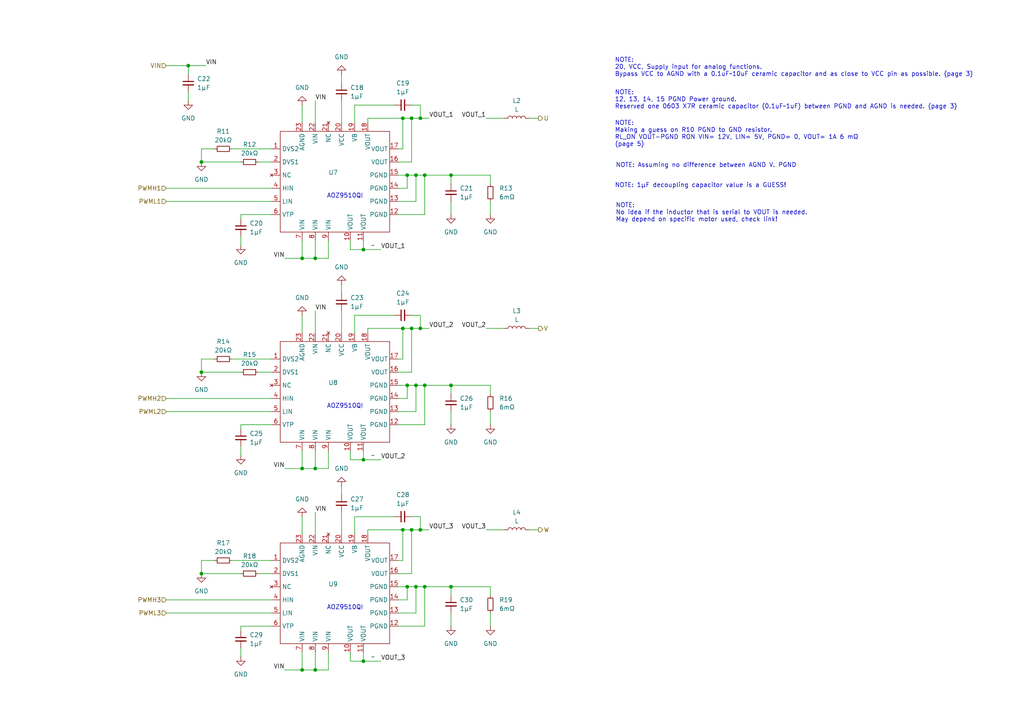
<source format=kicad_sch>
(kicad_sch (version 20231120) (generator "eeschema") (generator_version "8.0")
  (paper "A4")
  (lib_symbols
    (symbol "Device:C_Small" (pin_numbers hide) (pin_names (offset 0.254) hide)
      (property "Reference" "C" (at 0.254 1.778 0))
      (property "Value" "C_Small" (at 0.254 -2.032 0))
      (symbol "C_Small_0_1"
        (polyline (pts (xy -1.524 -0.508) (xy 1.524 -0.508)) (stroke (width 0.3302)))
        (polyline (pts (xy -1.524 0.508) (xy 1.524 0.508)) (stroke (width 0.3048)))
      )
      (symbol "C_Small_1_1"
        (pin passive line (at 0 2.54 270) (length 2.032) (name "~") (number "1"))
        (pin passive line (at 0 -2.54 90) (length 2.032) (name "~") (number "2"))
      )
    )
    (symbol "Device:L" (pin_numbers hide) (pin_names (offset 1.016) hide)
      (property "Reference" "L" (at -1.27 0 90))
      (property "Value" "L" (at 1.905 0 90))
      (symbol "L_0_1"
        (arc (start 0 -2.54) (mid 0.6323 -1.905) (end 0 -1.27))
        (arc (start 0 -1.27) (mid 0.6323 -0.635) (end 0 0))
        (arc (start 0 0) (mid 0.6323 0.635) (end 0 1.27))
        (arc (start 0 1.27) (mid 0.6323 1.905) (end 0 2.54))
      )
      (symbol "L_1_1"
        (pin passive line (at 0 3.81 270) (length 1.27) (name "1") (number "1"))
        (pin passive line (at 0 -3.81 90) (length 1.27) (name "2") (number "2"))
      )
    )
    (symbol "Device:R_Small" (pin_numbers hide) (pin_names (offset 0.254) hide)
      (property "Reference" "R" (at 0.762 0.508 0))
      (property "Value" "R_Small" (at 0.762 -1.016 0))
      (symbol "R_Small_0_1"
        (rectangle (start -0.762 1.778) (end 0.762 -1.778) (stroke (width 0.2032)))
      )
      (symbol "R_Small_1_1"
        (pin passive line (at 0 2.54 270) (length 0.762) (name "~") (number "1"))
        (pin passive line (at 0 -2.54 90) (length 0.762) (name "~") (number "2"))
      )
    )
    (symbol "custom_symbols:AOZ9510QI"
      (property "Reference" "U" (at 1.27 -17.272 0))
      (symbol "AOZ9510QI_0_1"
        (rectangle (start -15.24 15.24) (end 16.51 -13.97))
      )
      (symbol "AOZ9510QI_1_1"
        (pin input line (at -17.78 10.16 0) (length 2.54) (name "DVS2") (number "1"))
        (pin power_out line (at 5.08 -16.51 90) (length 2.54) (name "VOUT") (number "10"))
        (pin power_out line (at 8.89 -16.51 90) (length 2.54) (name "VOUT") (number "11"))
        (pin power_in line (at 19.05 -8.89 180) (length 2.54) (name "PGND") (number "12"))
        (pin power_in line (at 19.05 -5.08 180) (length 2.54) (name "PGND") (number "13"))
        (pin power_in line (at 19.05 -1.27 180) (length 2.54) (name "PGND") (number "14"))
        (pin power_in line (at 19.05 2.54 180) (length 2.54) (name "PGND") (number "15"))
        (pin power_out line (at 19.05 6.35 180) (length 2.54) (name "VOUT") (number "16"))
        (pin power_out line (at 19.05 10.16 180) (length 2.54) (name "VOUT") (number "17"))
        (pin power_out line (at 10.16 17.78 270) (length 2.54) (name "VOUT") (number "18"))
        (pin input line (at 6.35 17.78 270) (length 2.54) (name "VB") (number "19"))
        (pin input line (at -17.78 6.35 0) (length 2.54) (name "DVS1") (number "2"))
        (pin power_in line (at 2.54 17.78 270) (length 2.54) (name "VCC") (number "20"))
        (pin no_connect line (at -1.27 17.78 270) (length 2.54) (name "NC") (number "21"))
        (pin power_in line (at -5.08 17.78 270) (length 2.54) (name "VIN") (number "22"))
        (pin power_in line (at -8.89 17.78 270) (length 2.54) (name "AGND") (number "23"))
        (pin no_connect line (at -17.78 2.54 0) (length 2.54) (name "NC") (number "3"))
        (pin input line (at -17.78 -1.27 0) (length 2.54) (name "HIN") (number "4"))
        (pin input line (at -17.78 -5.08 0) (length 2.54) (name "LIN") (number "5"))
        (pin output line (at -17.78 -8.89 0) (length 2.54) (name "VTP") (number "6"))
        (pin power_in line (at -8.89 -16.51 90) (length 2.54) (name "VIN") (number "7"))
        (pin power_in line (at -5.08 -16.51 90) (length 2.54) (name "VIN") (number "8"))
        (pin power_in line (at -1.27 -16.51 90) (length 2.54) (name "VIN") (number "9"))
      )
    )
    (symbol "power:GND" (power) (pin_numbers hide) (pin_names (offset 0) hide)
      (property "Value" "GND" (at 0 -3.81 0))
      (symbol "GND_0_1"
        (polyline (pts (xy 0 0) (xy 0 -1.27) (xy 1.27 -1.27) (xy 0 -2.54) (xy -1.27 -1.27) (xy 0 -1.27)))
      )
      (symbol "GND_1_1"
        (pin power_in line (at 0 0 270) (length 0) (name "~") (number "1"))
      )
    )
  )
  (junction (at 119.38 95.25))
  (junction (at 118.11 111.76))
  (junction (at 87.63 135.89))
  (junction (at 120.65 50.8))
  (junction (at 121.92 153.67))
  (junction (at 123.19 50.8))
  (junction (at 116.84 95.25))
  (junction (at 58.42 107.95))
  (junction (at 58.42 46.99))
  (junction (at 121.92 34.29))
  (junction (at 118.11 170.18))
  (junction (at 118.11 50.8))
  (junction (at 116.84 34.29))
  (junction (at 123.19 111.76))
  (junction (at 87.63 74.93))
  (junction (at 91.44 135.89))
  (junction (at 130.81 111.76))
  (junction (at 120.65 111.76))
  (junction (at 54.61 19.05))
  (junction (at 91.44 194.31))
  (junction (at 105.41 133.35))
  (junction (at 120.65 170.18))
  (junction (at 119.38 153.67))
  (junction (at 58.42 166.37))
  (junction (at 116.84 153.67))
  (junction (at 87.63 194.31))
  (junction (at 121.92 95.25))
  (junction (at 130.81 50.8))
  (junction (at 91.44 74.93))
  (junction (at 119.38 34.29))
  (junction (at 123.19 170.18))
  (junction (at 105.41 72.39))
  (junction (at 130.81 170.18))
  (junction (at 105.41 191.77))
  (wire (pts (xy 106.68 153.67) (xy 116.84 153.67)))
  (wire (pts (xy 105.41 69.85) (xy 105.41 72.39)))
  (wire (pts (xy 58.42 166.37) (xy 69.85 166.37)))
  (wire (pts (xy 121.92 34.29) (xy 124.46 34.29)))
  (wire (pts (xy 87.63 69.85) (xy 87.63 74.93)))
  (wire (pts (xy 99.06 140.97) (xy 99.06 143.51)))
  (wire (pts (xy 69.85 129.54) (xy 69.85 132.08)))
  (wire (pts (xy 123.19 62.23) (xy 123.19 50.8)))
  (wire (pts (xy 123.19 50.8) (xy 130.81 50.8)))
  (wire (pts (xy 123.19 111.76) (xy 130.81 111.76)))
  (wire (pts (xy 120.65 50.8) (xy 120.65 58.42)))
  (wire (pts (xy 119.38 149.86) (xy 121.92 149.86)))
  (wire (pts (xy 74.93 46.99) (xy 78.74 46.99)))
  (wire (pts (xy 69.85 62.23) (xy 69.85 63.5)))
  (wire (pts (xy 69.85 68.58) (xy 69.85 71.12)))
  (wire (pts (xy 115.57 170.18) (xy 118.11 170.18)))
  (wire (pts (xy 105.41 189.23) (xy 105.41 191.77)))
  (wire (pts (xy 78.74 123.19) (xy 69.85 123.19)))
  (wire (pts (xy 115.57 123.19) (xy 123.19 123.19)))
  (wire (pts (xy 54.61 19.05) (xy 54.61 21.59)))
  (wire (pts (xy 69.85 123.19) (xy 69.85 124.46)))
  (wire (pts (xy 91.44 29.21) (xy 91.44 35.56)))
  (wire (pts (xy 121.92 95.25) (xy 124.46 95.25)))
  (wire (pts (xy 91.44 189.23) (xy 91.44 194.31)))
  (wire (pts (xy 119.38 34.29) (xy 121.92 34.29)))
  (wire (pts (xy 156.21 34.29) (xy 153.67 34.29)))
  (wire (pts (xy 91.44 194.31) (xy 95.25 194.31)))
  (wire (pts (xy 118.11 54.61) (xy 118.11 50.8)))
  (wire (pts (xy 82.55 74.93) (xy 87.63 74.93)))
  (wire (pts (xy 78.74 62.23) (xy 69.85 62.23)))
  (wire (pts (xy 67.31 43.18) (xy 78.74 43.18)))
  (wire (pts (xy 105.41 72.39) (xy 110.49 72.39)))
  (wire (pts (xy 67.31 104.14) (xy 78.74 104.14)))
  (wire (pts (xy 119.38 107.95) (xy 119.38 95.25)))
  (wire (pts (xy 130.81 111.76) (xy 130.81 114.3)))
  (wire (pts (xy 115.57 107.95) (xy 119.38 107.95)))
  (wire (pts (xy 115.57 177.8) (xy 120.65 177.8)))
  (wire (pts (xy 142.24 119.38) (xy 142.24 123.19)))
  (wire (pts (xy 69.85 181.61) (xy 69.85 182.88)))
  (wire (pts (xy 106.68 95.25) (xy 116.84 95.25)))
  (wire (pts (xy 120.65 111.76) (xy 120.65 119.38)))
  (wire (pts (xy 130.81 50.8) (xy 130.81 53.34)))
  (wire (pts (xy 115.57 50.8) (xy 118.11 50.8)))
  (wire (pts (xy 140.97 34.29) (xy 146.05 34.29)))
  (wire (pts (xy 140.97 153.67) (xy 146.05 153.67)))
  (wire (pts (xy 82.55 194.31) (xy 87.63 194.31)))
  (wire (pts (xy 101.6 133.35) (xy 105.41 133.35)))
  (wire (pts (xy 115.57 181.61) (xy 123.19 181.61)))
  (wire (pts (xy 58.42 107.95) (xy 69.85 107.95)))
  (wire (pts (xy 153.67 153.67) (xy 156.21 153.67)))
  (wire (pts (xy 67.31 162.56) (xy 78.74 162.56)))
  (wire (pts (xy 105.41 133.35) (xy 110.49 133.35)))
  (wire (pts (xy 106.68 96.52) (xy 106.68 95.25)))
  (wire (pts (xy 115.57 46.99) (xy 119.38 46.99)))
  (wire (pts (xy 140.97 95.25) (xy 146.05 95.25)))
  (wire (pts (xy 62.23 43.18) (xy 58.42 43.18)))
  (wire (pts (xy 99.06 148.59) (xy 99.06 154.94)))
  (wire (pts (xy 121.92 153.67) (xy 124.46 153.67)))
  (wire (pts (xy 142.24 111.76) (xy 142.24 114.3)))
  (wire (pts (xy 48.26 173.99) (xy 78.74 173.99)))
  (wire (pts (xy 102.87 30.48) (xy 114.3 30.48)))
  (wire (pts (xy 95.25 135.89) (xy 95.25 130.81)))
  (wire (pts (xy 119.38 166.37) (xy 119.38 153.67)))
  (wire (pts (xy 102.87 154.94) (xy 102.87 149.86)))
  (wire (pts (xy 58.42 104.14) (xy 58.42 107.95)))
  (wire (pts (xy 87.63 135.89) (xy 91.44 135.89)))
  (wire (pts (xy 91.44 135.89) (xy 95.25 135.89)))
  (wire (pts (xy 91.44 74.93) (xy 95.25 74.93)))
  (wire (pts (xy 48.26 119.38) (xy 78.74 119.38)))
  (wire (pts (xy 74.93 166.37) (xy 78.74 166.37)))
  (wire (pts (xy 142.24 50.8) (xy 142.24 53.34)))
  (wire (pts (xy 119.38 46.99) (xy 119.38 34.29)))
  (wire (pts (xy 120.65 170.18) (xy 120.65 177.8)))
  (wire (pts (xy 116.84 162.56) (xy 116.84 153.67)))
  (wire (pts (xy 101.6 72.39) (xy 105.41 72.39)))
  (wire (pts (xy 118.11 111.76) (xy 120.65 111.76)))
  (wire (pts (xy 105.41 130.81) (xy 105.41 133.35)))
  (wire (pts (xy 102.87 91.44) (xy 114.3 91.44)))
  (wire (pts (xy 118.11 170.18) (xy 120.65 170.18)))
  (wire (pts (xy 142.24 177.8) (xy 142.24 181.61)))
  (wire (pts (xy 115.57 62.23) (xy 123.19 62.23)))
  (wire (pts (xy 130.81 50.8) (xy 142.24 50.8)))
  (wire (pts (xy 142.24 58.42) (xy 142.24 62.23)))
  (wire (pts (xy 130.81 111.76) (xy 142.24 111.76)))
  (wire (pts (xy 119.38 30.48) (xy 121.92 30.48)))
  (wire (pts (xy 101.6 191.77) (xy 105.41 191.77)))
  (wire (pts (xy 99.06 82.55) (xy 99.06 85.09)))
  (wire (pts (xy 115.57 104.14) (xy 116.84 104.14)))
  (wire (pts (xy 87.63 149.86) (xy 87.63 154.94)))
  (wire (pts (xy 101.6 69.85) (xy 101.6 72.39)))
  (wire (pts (xy 118.11 115.57) (xy 118.11 111.76)))
  (wire (pts (xy 48.26 115.57) (xy 78.74 115.57)))
  (wire (pts (xy 130.81 58.42) (xy 130.81 62.23)))
  (wire (pts (xy 62.23 162.56) (xy 58.42 162.56)))
  (wire (pts (xy 123.19 170.18) (xy 130.81 170.18)))
  (wire (pts (xy 121.92 149.86) (xy 121.92 153.67)))
  (wire (pts (xy 115.57 166.37) (xy 119.38 166.37)))
  (wire (pts (xy 142.24 170.18) (xy 142.24 172.72)))
  (wire (pts (xy 118.11 173.99) (xy 118.11 170.18)))
  (wire (pts (xy 115.57 58.42) (xy 120.65 58.42)))
  (wire (pts (xy 106.68 34.29) (xy 116.84 34.29)))
  (wire (pts (xy 115.57 119.38) (xy 120.65 119.38)))
  (wire (pts (xy 99.06 90.17) (xy 99.06 96.52)))
  (wire (pts (xy 120.65 111.76) (xy 123.19 111.76)))
  (wire (pts (xy 116.84 153.67) (xy 119.38 153.67)))
  (wire (pts (xy 120.65 170.18) (xy 123.19 170.18)))
  (wire (pts (xy 116.84 34.29) (xy 119.38 34.29)))
  (wire (pts (xy 130.81 170.18) (xy 130.81 172.72)))
  (wire (pts (xy 115.57 111.76) (xy 118.11 111.76)))
  (wire (pts (xy 118.11 50.8) (xy 120.65 50.8)))
  (wire (pts (xy 87.63 74.93) (xy 91.44 74.93)))
  (wire (pts (xy 123.19 123.19) (xy 123.19 111.76)))
  (wire (pts (xy 69.85 187.96) (xy 69.85 190.5)))
  (wire (pts (xy 58.42 43.18) (xy 58.42 46.99)))
  (wire (pts (xy 115.57 162.56) (xy 116.84 162.56)))
  (wire (pts (xy 121.92 91.44) (xy 121.92 95.25)))
  (wire (pts (xy 153.67 95.25) (xy 156.21 95.25)))
  (wire (pts (xy 106.68 35.56) (xy 106.68 34.29)))
  (wire (pts (xy 116.84 95.25) (xy 119.38 95.25)))
  (wire (pts (xy 62.23 104.14) (xy 58.42 104.14)))
  (wire (pts (xy 87.63 30.48) (xy 87.63 35.56)))
  (wire (pts (xy 116.84 104.14) (xy 116.84 95.25)))
  (wire (pts (xy 116.84 43.18) (xy 116.84 34.29)))
  (wire (pts (xy 106.68 154.94) (xy 106.68 153.67)))
  (wire (pts (xy 91.44 90.17) (xy 91.44 96.52)))
  (wire (pts (xy 102.87 35.56) (xy 102.87 30.48)))
  (wire (pts (xy 48.26 54.61) (xy 78.74 54.61)))
  (wire (pts (xy 102.87 149.86) (xy 114.3 149.86)))
  (wire (pts (xy 105.41 191.77) (xy 110.49 191.77)))
  (wire (pts (xy 115.57 54.61) (xy 118.11 54.61)))
  (wire (pts (xy 91.44 130.81) (xy 91.44 135.89)))
  (wire (pts (xy 120.65 50.8) (xy 123.19 50.8)))
  (wire (pts (xy 54.61 19.05) (xy 59.69 19.05)))
  (wire (pts (xy 130.81 177.8) (xy 130.81 181.61)))
  (wire (pts (xy 101.6 130.81) (xy 101.6 133.35)))
  (wire (pts (xy 115.57 173.99) (xy 118.11 173.99)))
  (wire (pts (xy 87.63 130.81) (xy 87.63 135.89)))
  (wire (pts (xy 58.42 162.56) (xy 58.42 166.37)))
  (wire (pts (xy 119.38 91.44) (xy 121.92 91.44)))
  (wire (pts (xy 101.6 189.23) (xy 101.6 191.77)))
  (wire (pts (xy 99.06 29.21) (xy 99.06 35.56)))
  (wire (pts (xy 102.87 96.52) (xy 102.87 91.44)))
  (wire (pts (xy 130.81 119.38) (xy 130.81 123.19)))
  (wire (pts (xy 95.25 194.31) (xy 95.25 189.23)))
  (wire (pts (xy 115.57 115.57) (xy 118.11 115.57)))
  (wire (pts (xy 119.38 153.67) (xy 121.92 153.67)))
  (wire (pts (xy 82.55 135.89) (xy 87.63 135.89)))
  (wire (pts (xy 91.44 148.59) (xy 91.44 154.94)))
  (wire (pts (xy 115.57 43.18) (xy 116.84 43.18)))
  (wire (pts (xy 95.25 74.93) (xy 95.25 69.85)))
  (wire (pts (xy 54.61 26.67) (xy 54.61 29.21)))
  (wire (pts (xy 91.44 69.85) (xy 91.44 74.93)))
  (wire (pts (xy 48.26 19.05) (xy 54.61 19.05)))
  (wire (pts (xy 78.74 181.61) (xy 69.85 181.61)))
  (wire (pts (xy 87.63 189.23) (xy 87.63 194.31)))
  (wire (pts (xy 48.26 177.8) (xy 78.74 177.8)))
  (wire (pts (xy 87.63 194.31) (xy 91.44 194.31)))
  (wire (pts (xy 58.42 46.99) (xy 69.85 46.99)))
  (wire (pts (xy 130.81 170.18) (xy 142.24 170.18)))
  (wire (pts (xy 123.19 181.61) (xy 123.19 170.18)))
  (wire (pts (xy 119.38 95.25) (xy 121.92 95.25)))
  (wire (pts (xy 74.93 107.95) (xy 78.74 107.95)))
  (wire (pts (xy 99.06 21.59) (xy 99.06 24.13)))
  (wire (pts (xy 87.63 91.44) (xy 87.63 96.52)))
  (wire (pts (xy 48.26 58.42) (xy 78.74 58.42)))
  (wire (pts (xy 121.92 30.48) (xy 121.92 34.29)))
  (text "NOTE:\n20, VCC, Supply input for analog functions. \nBypass VCC to AGND with a 0.1uF~10uF ceramic capacitor and as close to VCC pin as possible. (page 3)" (at 178.308 19.558 0) (effects (font (size 1.27 1.27)) (justify left)))
  (text "NOTE:\n12, 13, 14, 15 PGND Power ground. \nReserved one 0603 X7R ceramic capacitor (0.1uF~1uF) between PGND and AGND is needed. (page 3)" (at 178.308 28.956 0) (effects (font (size 1.27 1.27)) (justify left)))
  (text "NOTE: \nNo idea if the inductor that is serial to VOUT is needed. \nMay depend on specific motor used, check link!" (at 178.562 61.722 0) (effects (font (size 1.27 1.27)) (justify left)))
  (text "AOZ9510QI" (at 100.076 56.896 0) (effects (font (size 1.27 1.27))))
  (text "NOTE:\nMaking a guess on R10 PGND to GND resistor.\nRL_ON VOUT-PGND RON VIN= 12V, LIN= 5V, PGND= 0, VOUT= 1A 6 mΩ\n(page 5)" (at 178.308 38.862 0) (effects (font (size 1.27 1.27)) (justify left)))
  (text "AOZ9510QI" (at 100.076 117.856 0) (effects (font (size 1.27 1.27))))
  (text "NOTE: Assuming no difference between AGND V. PGND " (at 178.562 48.006 0) (effects (font (size 1.27 1.27)) (justify left)))
  (text "NOTE: 1µF decoupling capacitor value is a GUESS!\n" (at 178.308 53.848 0) (effects (font (size 1.27 1.27)) (justify left)))
  (text "AOZ9510QI" (at 100.076 176.276 0) (effects (font (size 1.27 1.27))))
  (label "VIN" (at 91.44 148.59 0))
  (label "VIN" (at 91.44 29.21 0))
  (label "VIN" (at 82.55 194.31 180))
  (label "VOUT_2" (at 110.49 133.35 0))
  (label "VIN" (at 82.55 74.93 180))
  (label "VOUT_3" (at 140.97 153.67 180))
  (label "VOUT_2" (at 140.97 95.25 180))
  (label "VOUT_1" (at 124.46 34.29 0))
  (label "VOUT_1" (at 110.49 72.39 0))
  (label "VOUT_1" (at 140.97 34.29 180))
  (label "VIN" (at 82.55 135.89 180))
  (label "VOUT_3" (at 110.49 191.77 0))
  (label "VOUT_2" (at 124.46 95.25 0))
  (label "VOUT_3" (at 124.46 153.67 0))
  (label "VIN" (at 59.69 19.05 0))
  (label "VIN" (at 91.44 90.17 0))
  (hierarchical_label "PWMH2" (shape input) (at 48.26 115.57 180))
  (hierarchical_label "V" (shape output) (at 156.21 95.25 0))
  (hierarchical_label "W" (shape output) (at 156.21 153.67 0))
  (hierarchical_label "VIN" (shape input) (at 48.26 19.05 180))
  (hierarchical_label "U" (shape output) (at 156.21 34.29 0))
  (hierarchical_label "PWML3" (shape input) (at 48.26 177.8 180))
  (hierarchical_label "PWMH3" (shape input) (at 48.26 173.99 180))
  (hierarchical_label "PWML1" (shape input) (at 48.26 58.42 180))
  (hierarchical_label "PWML2" (shape input) (at 48.26 119.38 180))
  (hierarchical_label "PWMH1" (shape input) (at 48.26 54.61 180))
  (symbol (lib_id "power:GND") (at 130.81 181.61 0) (unit 1)
    (property "Reference" "#PWR042" (effects (hide yes)))
    (property "Value" "GND" (at 130.81 186.69 0))
    (property "Description" "Power symbol creates a global label with name \"GND\" , ground" (effects (hide yes)))
  )
  (symbol (lib_id "Device:C_Small") (at 69.85 127 0) (unit 1)
    (property "Reference" "C25" (at 72.39 125.7362 0) (effects (justify left)))
    (property "Value" "1µF" (at 72.39 128.2762 0) (effects (justify left)))
    (property "Description" "Unpolarized capacitor, small symbol" (effects (hide yes)))
  )
  (symbol (lib_id "power:GND") (at 142.24 62.23 0) (unit 1)
    (property "Reference" "#PWR030" (effects (hide yes)))
    (property "Value" "GND" (at 142.24 67.31 0))
    (property "Description" "Power symbol creates a global label with name \"GND\" , ground" (effects (hide yes)))
  )
  (symbol (lib_id "Device:L") (at 149.86 95.25 90) (unit 1)
    (property "Reference" "L3" (at 149.86 90.17 90))
    (property "Value" "L" (at 149.86 92.71 90))
    (property "Description" "Inductor" (effects (hide yes)))
  )
  (symbol (lib_id "power:GND") (at 99.06 140.97 180) (unit 1)
    (property "Reference" "#PWR041" (effects (hide yes)))
    (property "Value" "GND" (at 99.06 135.89 0))
    (property "Description" "Power symbol creates a global label with name \"GND\" , ground" (effects (hide yes)))
  )
  (symbol (lib_id "Device:C_Small") (at 69.85 185.42 0) (unit 1)
    (property "Reference" "C29" (at 72.39 184.1562 0) (effects (justify left)))
    (property "Value" "1µF" (at 72.39 186.6962 0) (effects (justify left)))
    (property "Description" "Unpolarized capacitor, small symbol" (effects (hide yes)))
  )
  (symbol (lib_id "power:GND") (at 99.06 82.55 180) (unit 1)
    (property "Reference" "#PWR035" (effects (hide yes)))
    (property "Value" "GND" (at 99.06 77.47 0))
    (property "Description" "Power symbol creates a global label with name \"GND\" , ground" (effects (hide yes)))
  )
  (symbol (lib_id "power:GND") (at 142.24 181.61 0) (unit 1)
    (property "Reference" "#PWR043" (effects (hide yes)))
    (property "Value" "GND" (at 142.24 186.69 0))
    (property "Description" "Power symbol creates a global label with name \"GND\" , ground" (effects (hide yes)))
  )
  (symbol (lib_id "power:GND") (at 58.42 107.95 0) (unit 1)
    (property "Reference" "#PWR032" (effects (hide yes)))
    (property "Value" "GND" (at 58.42 113.03 0))
    (property "Description" "Power symbol creates a global label with name \"GND\" , ground" (effects (hide yes)))
  )
  (symbol (lib_id "Device:C_Small") (at 116.84 30.48 90) (unit 1)
    (property "Reference" "C19" (at 116.8463 24.13 90))
    (property "Value" "1µF" (at 116.8463 26.67 90))
    (property "Description" "Unpolarized capacitor, small symbol" (effects (hide yes)))
  )
  (symbol (lib_id "Device:R_Small") (at 64.77 43.18 270) (unit 1)
    (property "Reference" "R11" (at 64.77 38.1 90))
    (property "Value" "20kΩ" (at 64.77 40.64 90))
    (property "Description" "Resistor, small symbol" (effects (hide yes)))
  )
  (symbol (lib_id "Device:R_Small") (at 142.24 175.26 0) (unit 1)
    (property "Reference" "R19" (at 144.78 173.9899 0) (effects (justify left)))
    (property "Value" "6mΩ" (at 144.78 176.5299 0) (effects (justify left)))
    (property "Description" "Resistor, small symbol" (effects (hide yes)))
  )
  (symbol (lib_id "Device:R_Small") (at 72.39 46.99 270) (unit 1)
    (property "Reference" "R12" (at 72.39 41.91 90))
    (property "Value" "20kΩ" (at 72.39 44.45 90))
    (property "Description" "Resistor, small symbol" (effects (hide yes)))
  )
  (symbol (lib_id "power:GND") (at 69.85 71.12 0) (unit 1)
    (property "Reference" "#PWR028" (effects (hide yes)))
    (property "Value" "GND" (at 69.85 76.2 0))
    (property "Description" "Power symbol creates a global label with name \"GND\" , ground" (effects (hide yes)))
  )
  (symbol (lib_id "power:GND") (at 87.63 91.44 180) (unit 1)
    (property "Reference" "#PWR034" (effects (hide yes)))
    (property "Value" "GND" (at 87.63 86.36 0))
    (property "Description" "Power symbol creates a global label with name \"GND\" , ground" (effects (hide yes)))
  )
  (symbol (lib_id "power:GND") (at 87.63 149.86 180) (unit 1)
    (property "Reference" "#PWR040" (effects (hide yes)))
    (property "Value" "GND" (at 87.63 144.78 0))
    (property "Description" "Power symbol creates a global label with name \"GND\" , ground" (effects (hide yes)))
  )
  (symbol (lib_id "power:GND") (at 142.24 123.19 0) (unit 1)
    (property "Reference" "#PWR037" (effects (hide yes)))
    (property "Value" "GND" (at 142.24 128.27 0))
    (property "Description" "Power symbol creates a global label with name \"GND\" , ground" (effects (hide yes)))
  )
  (symbol (lib_id "Device:C_Small") (at 99.06 146.05 0) (unit 1)
    (property "Reference" "C27" (at 101.6 144.7862 0) (effects (justify left)))
    (property "Value" "1µF" (at 101.6 147.3262 0) (effects (justify left)))
    (property "Description" "Unpolarized capacitor, small symbol" (effects (hide yes)))
  )
  (symbol (lib_id "power:GND") (at 58.42 46.99 0) (unit 1)
    (property "Reference" "#PWR027" (effects (hide yes)))
    (property "Value" "GND" (at 58.42 52.07 0))
    (property "Description" "Power symbol creates a global label with name \"GND\" , ground" (effects (hide yes)))
  )
  (symbol (lib_id "power:GND") (at 130.81 123.19 0) (unit 1)
    (property "Reference" "#PWR036" (effects (hide yes)))
    (property "Value" "GND" (at 130.81 128.27 0))
    (property "Description" "Power symbol creates a global label with name \"GND\" , ground" (effects (hide yes)))
  )
  (symbol (lib_id "Device:C_Small") (at 99.06 26.67 0) (unit 1)
    (property "Reference" "C18" (at 101.6 25.4062 0) (effects (justify left)))
    (property "Value" "1µF" (at 101.6 27.9462 0) (effects (justify left)))
    (property "Description" "Unpolarized capacitor, small symbol" (effects (hide yes)))
  )
  (symbol (lib_id "power:GND") (at 69.85 132.08 0) (unit 1)
    (property "Reference" "#PWR033" (effects (hide yes)))
    (property "Value" "GND" (at 69.85 137.16 0))
    (property "Description" "Power symbol creates a global label with name \"GND\" , ground" (effects (hide yes)))
  )
  (symbol (lib_id "Device:R_Small") (at 72.39 107.95 270) (unit 1)
    (property "Reference" "R15" (at 72.39 102.87 90))
    (property "Value" "20kΩ" (at 72.39 105.41 90))
    (property "Description" "Resistor, small symbol" (effects (hide yes)))
  )
  (symbol (lib_id "Device:L") (at 149.86 34.29 90) (unit 1)
    (property "Reference" "L2" (at 149.86 29.21 90))
    (property "Value" "L" (at 149.86 31.75 90))
    (property "Description" "Inductor" (effects (hide yes)))
  )
  (symbol (lib_id "Device:C_Small") (at 130.81 55.88 0) (unit 1)
    (property "Reference" "C21" (at 133.35 54.6162 0) (effects (justify left)))
    (property "Value" "1µF" (at 133.35 57.1562 0) (effects (justify left)))
    (property "Description" "Unpolarized capacitor, small symbol" (effects (hide yes)))
  )
  (symbol (lib_id "custom_symbols:AOZ9510QI") (at 96.52 172.72 0) (unit 1)
    (property "Reference" "U9" (at 95.25 169.418 0) (effects (justify left)))
    (property "Value" "~" (at 107.6041 190.5 0) (effects (justify left)))
  )
  (symbol (lib_id "power:GND") (at 54.61 29.21 0) (unit 1)
    (property "Reference" "#PWR031" (effects (hide yes)))
    (property "Value" "GND" (at 54.61 34.29 0))
    (property "Description" "Power symbol creates a global label with name \"GND\" , ground" (effects (hide yes)))
  )
  (symbol (lib_id "Device:C_Small") (at 130.81 175.26 0) (unit 1)
    (property "Reference" "C30" (at 133.35 173.9962 0) (effects (justify left)))
    (property "Value" "1µF" (at 133.35 176.5362 0) (effects (justify left)))
    (property "Description" "Unpolarized capacitor, small symbol" (effects (hide yes)))
  )
  (symbol (lib_id "Device:C_Small") (at 69.85 66.04 0) (unit 1)
    (property "Reference" "C20" (at 72.39 64.7762 0) (effects (justify left)))
    (property "Value" "1µF" (at 72.39 67.3162 0) (effects (justify left)))
    (property "Description" "Unpolarized capacitor, small symbol" (effects (hide yes)))
  )
  (symbol (lib_id "power:GND") (at 130.81 62.23 0) (unit 1)
    (property "Reference" "#PWR029" (effects (hide yes)))
    (property "Value" "GND" (at 130.81 67.31 0))
    (property "Description" "Power symbol creates a global label with name \"GND\" , ground" (effects (hide yes)))
  )
  (symbol (lib_id "Device:R_Small") (at 72.39 166.37 270) (unit 1)
    (property "Reference" "R18" (at 72.39 161.29 90))
    (property "Value" "20kΩ" (at 72.39 163.83 90))
    (property "Description" "Resistor, small symbol" (effects (hide yes)))
  )
  (symbol (lib_id "Device:C_Small") (at 130.81 116.84 0) (unit 1)
    (property "Reference" "C26" (at 133.35 115.5762 0) (effects (justify left)))
    (property "Value" "1µF" (at 133.35 118.1162 0) (effects (justify left)))
    (property "Description" "Unpolarized capacitor, small symbol" (effects (hide yes)))
  )
  (symbol (lib_id "Device:C_Small") (at 54.61 24.13 0) (unit 1)
    (property "Reference" "C22" (at 57.15 22.8662 0) (effects (justify left)))
    (property "Value" "1µF" (at 57.15 25.4062 0) (effects (justify left)))
    (property "Description" "Unpolarized capacitor, small symbol" (effects (hide yes)))
  )
  (symbol (lib_id "power:GND") (at 99.06 21.59 180) (unit 1)
    (property "Reference" "#PWR026" (effects (hide yes)))
    (property "Value" "GND" (at 99.06 16.51 0))
    (property "Description" "Power symbol creates a global label with name \"GND\" , ground" (effects (hide yes)))
  )
  (symbol (lib_id "power:GND") (at 58.42 166.37 0) (unit 1)
    (property "Reference" "#PWR038" (effects (hide yes)))
    (property "Value" "GND" (at 58.42 171.45 0))
    (property "Description" "Power symbol creates a global label with name \"GND\" , ground" (effects (hide yes)))
  )
  (symbol (lib_id "Device:C_Small") (at 116.84 149.86 90) (unit 1)
    (property "Reference" "C28" (at 116.8463 143.51 90))
    (property "Value" "1µF" (at 116.8463 146.05 90))
    (property "Description" "Unpolarized capacitor, small symbol" (effects (hide yes)))
  )
  (symbol (lib_id "power:GND") (at 87.63 30.48 180) (unit 1)
    (property "Reference" "#PWR025" (effects (hide yes)))
    (property "Value" "GND" (at 87.63 25.4 0))
    (property "Description" "Power symbol creates a global label with name \"GND\" , ground" (effects (hide yes)))
  )
  (symbol (lib_id "custom_symbols:AOZ9510QI") (at 96.52 53.34 0) (unit 1)
    (property "Reference" "U7" (at 95.25 50.038 0) (effects (justify left)))
    (property "Value" "~" (at 107.6041 71.12 0) (effects (justify left)))
  )
  (symbol (lib_id "power:GND") (at 69.85 190.5 0) (unit 1)
    (property "Reference" "#PWR039" (effects (hide yes)))
    (property "Value" "GND" (at 69.85 195.58 0))
    (property "Description" "Power symbol creates a global label with name \"GND\" , ground" (effects (hide yes)))
  )
  (symbol (lib_id "Device:R_Small") (at 142.24 55.88 0) (unit 1)
    (property "Reference" "R13" (at 144.78 54.6099 0) (effects (justify left)))
    (property "Value" "6mΩ" (at 144.78 57.1499 0) (effects (justify left)))
    (property "Description" "Resistor, small symbol" (effects (hide yes)))
  )
  (symbol (lib_id "Device:C_Small") (at 116.84 91.44 90) (unit 1)
    (property "Reference" "C24" (at 116.8463 85.09 90))
    (property "Value" "1µF" (at 116.8463 87.63 90))
    (property "Description" "Unpolarized capacitor, small symbol" (effects (hide yes)))
  )
  (symbol (lib_id "Device:R_Small") (at 64.77 104.14 270) (unit 1)
    (property "Reference" "R14" (at 64.77 99.06 90))
    (property "Value" "20kΩ" (at 64.77 101.6 90))
    (property "Description" "Resistor, small symbol" (effects (hide yes)))
  )
  (symbol (lib_id "Device:R_Small") (at 64.77 162.56 270) (unit 1)
    (property "Reference" "R17" (at 64.77 157.48 90))
    (property "Value" "20kΩ" (at 64.77 160.02 90))
    (property "Description" "Resistor, small symbol" (effects (hide yes)))
  )
  (symbol (lib_id "Device:L") (at 149.86 153.67 90) (unit 1)
    (property "Reference" "L4" (at 149.86 148.59 90))
    (property "Value" "L" (at 149.86 151.13 90))
    (property "Description" "Inductor" (effects (hide yes)))
  )
  (symbol (lib_id "custom_symbols:AOZ9510QI") (at 96.52 114.3 0) (unit 1)
    (property "Reference" "U8" (at 95.25 110.998 0) (effects (justify left)))
    (property "Value" "~" (at 107.6041 132.08 0) (effects (justify left)))
  )
  (symbol (lib_id "Device:R_Small") (at 142.24 116.84 0) (unit 1)
    (property "Reference" "R16" (at 144.78 115.5699 0) (effects (justify left)))
    (property "Value" "6mΩ" (at 144.78 118.1099 0) (effects (justify left)))
    (property "Description" "Resistor, small symbol" (effects (hide yes)))
  )
  (symbol (lib_id "Device:C_Small") (at 99.06 87.63 0) (unit 1)
    (property "Reference" "C23" (at 101.6 86.3662 0) (effects (justify left)))
    (property "Value" "1µF" (at 101.6 88.9062 0) (effects (justify left)))
    (property "Description" "Unpolarized capacitor, small symbol" (effects (hide yes)))
  )
)
</source>
